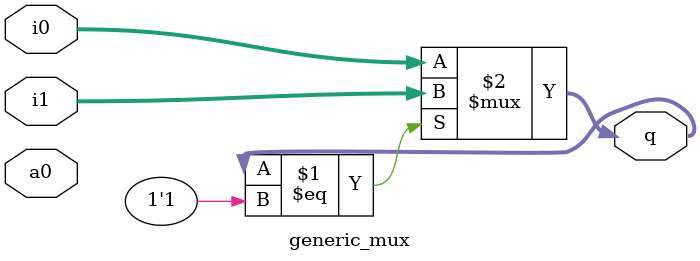
<source format=sv>
module generic_mux(
    input logic [31:0]i0,
    input logic [31:0]i1,

    input logic a0,
    output logic [31:0] q
);

assign q = (q == 1'b1) ? i1 : i0;
    
endmodule
</source>
